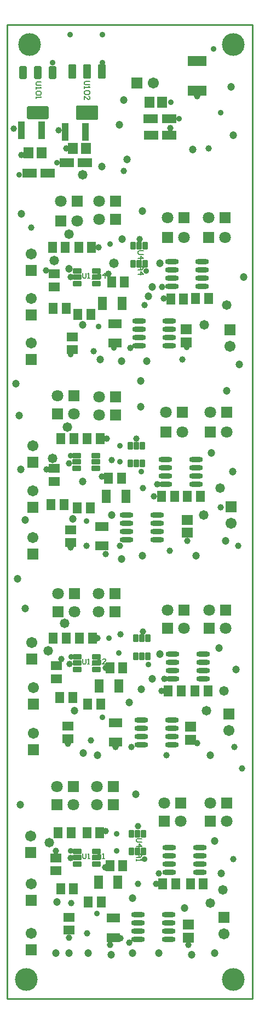
<source format=gts>
G04*
G04 #@! TF.GenerationSoftware,Altium Limited,Altium Designer,22.9.1 (49)*
G04*
G04 Layer_Color=8388736*
%FSLAX25Y25*%
%MOIN*%
G70*
G04*
G04 #@! TF.SameCoordinates,E6D2D5AF-3703-4330-9E41-3BAFFAD507BF*
G04*
G04*
G04 #@! TF.FilePolarity,Negative*
G04*
G01*
G75*
%ADD15C,0.00591*%
%ADD18C,0.01000*%
%ADD35O,0.08280X0.03162*%
%ADD36R,0.05918X0.06902*%
%ADD37R,0.04343X0.10642*%
%ADD38R,0.05524X0.06509*%
G04:AMPARAMS|DCode=39|XSize=31.62mil|YSize=47.37mil|CornerRadius=6.01mil|HoleSize=0mil|Usage=FLASHONLY|Rotation=0.000|XOffset=0mil|YOffset=0mil|HoleType=Round|Shape=RoundedRectangle|*
%AMROUNDEDRECTD39*
21,1,0.03162,0.03535,0,0,0.0*
21,1,0.01961,0.04737,0,0,0.0*
1,1,0.01202,0.00980,-0.01768*
1,1,0.01202,-0.00980,-0.01768*
1,1,0.01202,-0.00980,0.01768*
1,1,0.01202,0.00980,0.01768*
%
%ADD39ROUNDEDRECTD39*%
%ADD40R,0.06509X0.05524*%
%ADD41R,0.07887X0.05328*%
G04:AMPARAMS|DCode=42|XSize=33.59mil|YSize=55.24mil|CornerRadius=5.92mil|HoleSize=0mil|Usage=FLASHONLY|Rotation=90.000|XOffset=0mil|YOffset=0mil|HoleType=Round|Shape=RoundedRectangle|*
%AMROUNDEDRECTD42*
21,1,0.03359,0.04341,0,0,90.0*
21,1,0.02175,0.05524,0,0,90.0*
1,1,0.01184,0.02170,0.01088*
1,1,0.01184,0.02170,-0.01088*
1,1,0.01184,-0.02170,-0.01088*
1,1,0.01184,-0.02170,0.01088*
%
%ADD42ROUNDEDRECTD42*%
%ADD43R,0.05328X0.07887*%
%ADD44R,0.06902X0.05918*%
%ADD45R,0.08674X0.05524*%
%ADD46R,0.11627X0.05834*%
G04:AMPARAMS|DCode=47|XSize=133.98mil|YSize=76.9mil|CornerRadius=6.07mil|HoleSize=0mil|Usage=FLASHONLY|Rotation=0.000|XOffset=0mil|YOffset=0mil|HoleType=Round|Shape=RoundedRectangle|*
%AMROUNDEDRECTD47*
21,1,0.13398,0.06476,0,0,0.0*
21,1,0.12185,0.07690,0,0,0.0*
1,1,0.01213,0.06093,-0.03238*
1,1,0.01213,-0.06093,-0.03238*
1,1,0.01213,-0.06093,0.03238*
1,1,0.01213,0.06093,0.03238*
%
%ADD47ROUNDEDRECTD47*%
G04:AMPARAMS|DCode=48|XSize=43.43mil|YSize=76.9mil|CornerRadius=5.95mil|HoleSize=0mil|Usage=FLASHONLY|Rotation=0.000|XOffset=0mil|YOffset=0mil|HoleType=Round|Shape=RoundedRectangle|*
%AMROUNDEDRECTD48*
21,1,0.04343,0.06500,0,0,0.0*
21,1,0.03154,0.07690,0,0,0.0*
1,1,0.01190,0.01577,-0.03250*
1,1,0.01190,-0.01577,-0.03250*
1,1,0.01190,-0.01577,0.03250*
1,1,0.01190,0.01577,0.03250*
%
%ADD48ROUNDEDRECTD48*%
G04:AMPARAMS|DCode=49|XSize=135.95mil|YSize=88.71mil|CornerRadius=6.02mil|HoleSize=0mil|Usage=FLASHONLY|Rotation=0.000|XOffset=0mil|YOffset=0mil|HoleType=Round|Shape=RoundedRectangle|*
%AMROUNDEDRECTD49*
21,1,0.13595,0.07667,0,0,0.0*
21,1,0.12392,0.08871,0,0,0.0*
1,1,0.01204,0.06196,-0.03834*
1,1,0.01204,-0.06196,-0.03834*
1,1,0.01204,-0.06196,0.03834*
1,1,0.01204,0.06196,0.03834*
%
%ADD49ROUNDEDRECTD49*%
G04:AMPARAMS|DCode=50|XSize=47.37mil|YSize=88.71mil|CornerRadius=5.97mil|HoleSize=0mil|Usage=FLASHONLY|Rotation=0.000|XOffset=0mil|YOffset=0mil|HoleType=Round|Shape=RoundedRectangle|*
%AMROUNDEDRECTD50*
21,1,0.04737,0.07677,0,0,0.0*
21,1,0.03543,0.08871,0,0,0.0*
1,1,0.01194,0.01772,-0.03839*
1,1,0.01194,-0.01772,-0.03839*
1,1,0.01194,-0.01772,0.03839*
1,1,0.01194,0.01772,0.03839*
%
%ADD50ROUNDEDRECTD50*%
%ADD51C,0.06706*%
%ADD52R,0.06706X0.06706*%
%ADD53C,0.13800*%
%ADD54R,0.06706X0.06706*%
%ADD55C,0.07099*%
%ADD56R,0.07099X0.07099*%
%ADD57C,0.03950*%
%ADD58C,0.04737*%
%ADD59C,0.05800*%
%ADD60C,0.03556*%
%ADD61C,0.04737*%
D15*
X46020Y-384351D02*
Y-386975D01*
X46545Y-387500D01*
X47594D01*
X48119Y-386975D01*
Y-384351D01*
X49168Y-387500D02*
X50218D01*
X49693D01*
Y-384351D01*
X49168Y-384876D01*
X51792Y-388025D02*
X53891D01*
X54941Y-387500D02*
Y-385401D01*
X55990Y-384351D01*
X57040Y-385401D01*
Y-387500D01*
Y-385926D01*
X54941D01*
X60189Y-387500D02*
X58089D01*
X60189Y-385401D01*
Y-384876D01*
X59664Y-384351D01*
X58614D01*
X58089Y-384876D01*
X81983Y-493347D02*
X79360D01*
X78835Y-493871D01*
Y-494921D01*
X79360Y-495446D01*
X81983D01*
X78835Y-498069D02*
X81983D01*
X80409Y-496495D01*
Y-498594D01*
X78310Y-499644D02*
Y-501743D01*
X78835Y-502792D02*
X80934D01*
X81983Y-503842D01*
X80934Y-504891D01*
X78835D01*
X80409D01*
Y-502792D01*
X78835Y-505941D02*
Y-506990D01*
Y-506466D01*
X81983D01*
X81459Y-505941D01*
X46138Y-502352D02*
Y-504975D01*
X46663Y-505500D01*
X47712D01*
X48237Y-504975D01*
Y-502352D01*
X49286Y-505500D02*
X50336D01*
X49811D01*
Y-502352D01*
X49286Y-502876D01*
X51910Y-506025D02*
X54009D01*
X55059Y-505500D02*
Y-503401D01*
X56108Y-502352D01*
X57158Y-503401D01*
Y-505500D01*
Y-503926D01*
X55059D01*
X58207Y-505500D02*
X59257D01*
X58732D01*
Y-502352D01*
X58207Y-502876D01*
X46075Y-150352D02*
Y-152975D01*
X46600Y-153500D01*
X47649D01*
X48174Y-152975D01*
Y-150352D01*
X49224Y-153500D02*
X50273D01*
X49748D01*
Y-150352D01*
X49224Y-150876D01*
X51847Y-154025D02*
X53946D01*
X54996Y-153500D02*
Y-151401D01*
X56046Y-150352D01*
X57095Y-151401D01*
Y-153500D01*
Y-151926D01*
X54996D01*
X59719Y-153500D02*
Y-150352D01*
X58144Y-151926D01*
X60244D01*
X20850Y-34500D02*
X18226D01*
X17701Y-35025D01*
Y-36074D01*
X18226Y-36599D01*
X20850D01*
X17701Y-37649D02*
Y-38698D01*
Y-38173D01*
X20850D01*
X20325Y-37649D01*
Y-40273D02*
X20850Y-40797D01*
Y-41847D01*
X20325Y-42371D01*
X18226D01*
X17701Y-41847D01*
Y-40797D01*
X18226Y-40273D01*
X20325D01*
X17701Y-43421D02*
Y-44471D01*
Y-43946D01*
X20850D01*
X20325Y-43421D01*
X50306Y-34189D02*
X47682D01*
X47158Y-34714D01*
Y-35763D01*
X47682Y-36288D01*
X50306D01*
X47158Y-37338D02*
Y-38387D01*
Y-37862D01*
X50306D01*
X49782Y-37338D01*
Y-39961D02*
X50306Y-40486D01*
Y-41536D01*
X49782Y-42061D01*
X47682D01*
X47158Y-41536D01*
Y-40486D01*
X47682Y-39961D01*
X49782D01*
X47158Y-45209D02*
Y-43110D01*
X49257Y-45209D01*
X49782D01*
X50306Y-44684D01*
Y-43635D01*
X49782Y-43110D01*
X82983Y-136913D02*
X80360D01*
X79835Y-137438D01*
Y-138488D01*
X80360Y-139013D01*
X82983D01*
X79835Y-141636D02*
X82983D01*
X81409Y-140062D01*
Y-142161D01*
X79310Y-143211D02*
Y-145310D01*
X79835Y-146359D02*
X81934D01*
X82983Y-147409D01*
X81934Y-148458D01*
X79835D01*
X81409D01*
Y-146359D01*
X79835Y-151082D02*
X82983D01*
X81409Y-149508D01*
Y-151607D01*
D18*
X0Y-590551D02*
X149307D01*
X0Y-0D02*
X0Y-590551D01*
X0Y-0D02*
X149307D01*
Y-590551D02*
Y-0D01*
D35*
X98748Y-499000D02*
D03*
Y-504000D02*
D03*
Y-509000D02*
D03*
Y-514000D02*
D03*
X117252Y-499000D02*
D03*
Y-504000D02*
D03*
Y-509000D02*
D03*
Y-514000D02*
D03*
X81748Y-421500D02*
D03*
Y-426500D02*
D03*
Y-431500D02*
D03*
Y-436500D02*
D03*
X100252Y-421500D02*
D03*
Y-426500D02*
D03*
Y-431500D02*
D03*
Y-436500D02*
D03*
X100748Y-381500D02*
D03*
Y-386500D02*
D03*
Y-391500D02*
D03*
Y-396500D02*
D03*
X119252Y-381500D02*
D03*
Y-386500D02*
D03*
Y-391500D02*
D03*
Y-396500D02*
D03*
X115067Y-278500D02*
D03*
Y-273500D02*
D03*
Y-268500D02*
D03*
Y-263500D02*
D03*
X96563Y-278500D02*
D03*
Y-273500D02*
D03*
Y-268500D02*
D03*
Y-263500D02*
D03*
X91386Y-312059D02*
D03*
Y-307059D02*
D03*
Y-302059D02*
D03*
Y-297059D02*
D03*
X72882Y-312059D02*
D03*
Y-307059D02*
D03*
Y-302059D02*
D03*
Y-297059D02*
D03*
X98252Y-554500D02*
D03*
Y-549500D02*
D03*
Y-544500D02*
D03*
Y-539500D02*
D03*
X79748Y-554500D02*
D03*
Y-549500D02*
D03*
Y-544500D02*
D03*
Y-539500D02*
D03*
X118827Y-158500D02*
D03*
Y-153500D02*
D03*
Y-148500D02*
D03*
Y-143500D02*
D03*
X100323Y-158500D02*
D03*
Y-153500D02*
D03*
Y-148500D02*
D03*
Y-143500D02*
D03*
X98827Y-194500D02*
D03*
Y-189500D02*
D03*
Y-184500D02*
D03*
Y-179500D02*
D03*
X80323Y-194500D02*
D03*
Y-189500D02*
D03*
Y-184500D02*
D03*
Y-179500D02*
D03*
D36*
X40063Y-75000D02*
D03*
X47937D02*
D03*
X13063Y-77500D02*
D03*
X20937D02*
D03*
X86638Y-47000D02*
D03*
X94512D02*
D03*
D37*
X35449Y-65000D02*
D03*
X47654D02*
D03*
X8795Y-64000D02*
D03*
X21000D02*
D03*
D38*
X62693Y-390000D02*
D03*
X70567D02*
D03*
X40012Y-408000D02*
D03*
X32138D02*
D03*
X57012Y-412000D02*
D03*
X49138D02*
D03*
X36012Y-372000D02*
D03*
X28138D02*
D03*
X52012D02*
D03*
X44138D02*
D03*
X26878Y-291000D02*
D03*
X34752D02*
D03*
X42878Y-293000D02*
D03*
X50752D02*
D03*
X32878Y-251000D02*
D03*
X40752D02*
D03*
X48878D02*
D03*
X56752D02*
D03*
X105937Y-404000D02*
D03*
X98063D02*
D03*
X122437D02*
D03*
X114563D02*
D03*
X102004Y-286000D02*
D03*
X94130D02*
D03*
X117752Y-286000D02*
D03*
X109878D02*
D03*
X69752Y-275000D02*
D03*
X61878D02*
D03*
X119512Y-521000D02*
D03*
X111638D02*
D03*
X70512Y-510000D02*
D03*
X62638D02*
D03*
X102685Y-521000D02*
D03*
X94811D02*
D03*
X49445Y-532000D02*
D03*
X57319D02*
D03*
X32638Y-524000D02*
D03*
X40512D02*
D03*
X31075Y-490000D02*
D03*
X38949D02*
D03*
X48638D02*
D03*
X56512D02*
D03*
X27575Y-135000D02*
D03*
X35449D02*
D03*
X122764Y-165819D02*
D03*
X114890D02*
D03*
X107512Y-166213D02*
D03*
X99638D02*
D03*
X63638Y-156000D02*
D03*
X71512D02*
D03*
X36012Y-172000D02*
D03*
X28138D02*
D03*
X50949Y-175500D02*
D03*
X43075D02*
D03*
X43575Y-135000D02*
D03*
X51449D02*
D03*
D39*
X85815Y-382827D02*
D03*
X82075D02*
D03*
X78335D02*
D03*
Y-372000D02*
D03*
X82075D02*
D03*
X85815D02*
D03*
X82555Y-255173D02*
D03*
X78815D02*
D03*
X75075D02*
D03*
Y-266000D02*
D03*
X78815D02*
D03*
X82555D02*
D03*
X83075Y-490433D02*
D03*
X79335D02*
D03*
X75595D02*
D03*
Y-501260D02*
D03*
X79335D02*
D03*
X83075D02*
D03*
X84075Y-134000D02*
D03*
X80335D02*
D03*
X76595D02*
D03*
Y-144827D02*
D03*
X80335D02*
D03*
X84075D02*
D03*
D40*
X37075Y-425063D02*
D03*
Y-432937D02*
D03*
X30000Y-388563D02*
D03*
Y-396437D02*
D03*
X38815Y-313937D02*
D03*
Y-306063D02*
D03*
X28815Y-276874D02*
D03*
Y-269000D02*
D03*
X37575Y-548937D02*
D03*
Y-541063D02*
D03*
X29575Y-512937D02*
D03*
Y-505063D02*
D03*
X28575Y-151000D02*
D03*
Y-158874D02*
D03*
X39575Y-189063D02*
D03*
Y-196937D02*
D03*
D41*
X66075Y-434906D02*
D03*
Y-423095D02*
D03*
X57815Y-304095D02*
D03*
Y-315906D02*
D03*
X64575Y-541595D02*
D03*
Y-553406D02*
D03*
X65575Y-192969D02*
D03*
Y-181158D02*
D03*
D42*
X42713Y-383260D02*
D03*
Y-387000D02*
D03*
Y-390740D02*
D03*
X54327D02*
D03*
Y-387000D02*
D03*
Y-383260D02*
D03*
X54067Y-261260D02*
D03*
Y-265000D02*
D03*
Y-268740D02*
D03*
X42453D02*
D03*
Y-265000D02*
D03*
Y-261260D02*
D03*
X54445Y-501260D02*
D03*
Y-505000D02*
D03*
Y-508740D02*
D03*
X42831D02*
D03*
Y-505000D02*
D03*
Y-501260D02*
D03*
X42768Y-149260D02*
D03*
Y-153000D02*
D03*
Y-156740D02*
D03*
X54382D02*
D03*
Y-153000D02*
D03*
Y-149260D02*
D03*
D43*
X56232Y-401000D02*
D03*
X68043D02*
D03*
X72276Y-286000D02*
D03*
X60465D02*
D03*
X67480Y-520000D02*
D03*
X55669D02*
D03*
X58146Y-169000D02*
D03*
X69957D02*
D03*
D44*
X111575Y-433437D02*
D03*
Y-425563D02*
D03*
X109815Y-308000D02*
D03*
Y-300126D02*
D03*
X110500Y-553437D02*
D03*
Y-545563D02*
D03*
X109075Y-192437D02*
D03*
Y-184563D02*
D03*
D45*
X87575Y-67000D02*
D03*
X98598D02*
D03*
X98575Y-57000D02*
D03*
X87551D02*
D03*
X13575Y-90000D02*
D03*
X24599D02*
D03*
X36500Y-83500D02*
D03*
X47524D02*
D03*
D46*
X115575Y-21890D02*
D03*
Y-40000D02*
D03*
D47*
X18701Y-53303D02*
D03*
D48*
X9646Y-28697D02*
D03*
X18701D02*
D03*
X27756D02*
D03*
D49*
X48658Y-53189D02*
D03*
D50*
X39603Y-28189D02*
D03*
X48658D02*
D03*
X57713D02*
D03*
D51*
X89075Y-35059D02*
D03*
X15575Y-311000D02*
D03*
X16075Y-402000D02*
D03*
X15075Y-374500D02*
D03*
X135000Y-428000D02*
D03*
X15575Y-255173D02*
D03*
Y-282500D02*
D03*
X14575Y-521000D02*
D03*
Y-551000D02*
D03*
X14500Y-492000D02*
D03*
X16075Y-429500D02*
D03*
X136496Y-302059D02*
D03*
X132000Y-551063D02*
D03*
X14575Y-192969D02*
D03*
X135575Y-195000D02*
D03*
X14575Y-165819D02*
D03*
Y-139000D02*
D03*
D52*
X79075Y-35059D02*
D03*
D53*
X137795Y-578740D02*
D03*
X11811D02*
D03*
X13575Y-11811D02*
D03*
X137795D02*
D03*
D54*
X15575Y-321000D02*
D03*
X16075Y-412000D02*
D03*
X15075Y-384500D02*
D03*
X135000Y-418000D02*
D03*
X15575Y-265173D02*
D03*
Y-292500D02*
D03*
X14575Y-531000D02*
D03*
Y-561000D02*
D03*
X14500Y-502000D02*
D03*
X16075Y-439500D02*
D03*
X136496Y-292059D02*
D03*
X132000Y-541063D02*
D03*
X14575Y-202969D02*
D03*
X135575Y-185000D02*
D03*
X14575Y-175819D02*
D03*
Y-149000D02*
D03*
D55*
X55575Y-356000D02*
D03*
X41012D02*
D03*
X31012Y-345000D02*
D03*
X55638D02*
D03*
X133075Y-366000D02*
D03*
X107575D02*
D03*
X123075Y-355000D02*
D03*
X97575D02*
D03*
X40815Y-236000D02*
D03*
X30815Y-225000D02*
D03*
X30512Y-462000D02*
D03*
X40512Y-473000D02*
D03*
X54575D02*
D03*
Y-462000D02*
D03*
X105575Y-483000D02*
D03*
X95575Y-472000D02*
D03*
X133575Y-483000D02*
D03*
X123575Y-472000D02*
D03*
X56055Y-225500D02*
D03*
Y-236500D02*
D03*
X106815Y-247000D02*
D03*
X96815Y-235000D02*
D03*
X133815Y-247000D02*
D03*
X123815Y-235000D02*
D03*
X122575Y-117000D02*
D03*
X132575Y-129000D02*
D03*
X97575Y-117000D02*
D03*
X56075Y-107000D02*
D03*
X42575Y-119000D02*
D03*
X56075Y-118000D02*
D03*
X32575Y-107000D02*
D03*
X107575Y-129000D02*
D03*
D56*
X65575Y-356000D02*
D03*
X31012D02*
D03*
X41012Y-345000D02*
D03*
X65638D02*
D03*
X123075Y-366000D02*
D03*
X97575D02*
D03*
X133075Y-355000D02*
D03*
X107575D02*
D03*
X30815Y-236000D02*
D03*
X40815Y-225000D02*
D03*
X40512Y-462000D02*
D03*
X30512Y-473000D02*
D03*
X64575D02*
D03*
Y-462000D02*
D03*
X95575Y-483000D02*
D03*
X105575Y-472000D02*
D03*
X123575Y-483000D02*
D03*
X133575Y-472000D02*
D03*
X66055Y-225500D02*
D03*
Y-236500D02*
D03*
X96815Y-247000D02*
D03*
X106815Y-235000D02*
D03*
X123815Y-247000D02*
D03*
X133815Y-235000D02*
D03*
X132575Y-117000D02*
D03*
X122575Y-129000D02*
D03*
X107575Y-117000D02*
D03*
X66075Y-107000D02*
D03*
X32575Y-119000D02*
D03*
X66075Y-118000D02*
D03*
X42575Y-107000D02*
D03*
X97575Y-129000D02*
D03*
D57*
X137575Y-506000D02*
D03*
X33100Y-384675D02*
D03*
X78815Y-251000D02*
D03*
X60075Y-321000D02*
D03*
X38575Y-153000D02*
D03*
X75075Y-196000D02*
D03*
X143012Y-451000D02*
D03*
X115575Y-435500D02*
D03*
X75595Y-438000D02*
D03*
X66075D02*
D03*
X37075Y-436000D02*
D03*
X51075Y-434000D02*
D03*
X60075Y-390000D02*
D03*
X55075Y-372000D02*
D03*
X97000Y-443000D02*
D03*
X138500Y-438000D02*
D03*
X38000Y-387500D02*
D03*
X94000Y-404000D02*
D03*
X95575Y-396500D02*
D03*
X82815Y-368000D02*
D03*
X130226Y-292411D02*
D03*
X24075Y-269500D02*
D03*
X80575Y-130000D02*
D03*
X37815Y-266000D02*
D03*
X37575Y-553406D02*
D03*
X74500Y-556500D02*
D03*
X68957Y-554000D02*
D03*
X48638Y-551000D02*
D03*
X79575Y-521000D02*
D03*
X59575Y-511000D02*
D03*
X38575Y-505063D02*
D03*
X38949Y-532500D02*
D03*
X29575Y-501000D02*
D03*
X60224Y-489000D02*
D03*
X79575Y-486000D02*
D03*
X110500Y-558000D02*
D03*
X90748Y-521000D02*
D03*
X62638Y-558000D02*
D03*
X69000Y-369500D02*
D03*
X92500Y-514500D02*
D03*
X48260Y-316000D02*
D03*
X38815Y-317000D02*
D03*
X57815Y-274000D02*
D03*
X60878Y-251000D02*
D03*
X63815Y-264000D02*
D03*
X68752Y-315906D02*
D03*
X89386Y-286000D02*
D03*
X140815Y-316000D02*
D03*
X109815Y-313000D02*
D03*
X99075Y-319000D02*
D03*
X82815Y-281000D02*
D03*
X91386Y-278500D02*
D03*
X23575Y-149000D02*
D03*
X83575Y-170000D02*
D03*
X122764Y-74803D02*
D03*
X36012D02*
D03*
X71000Y-88500D02*
D03*
X8795Y-78740D02*
D03*
X31496Y-64000D02*
D03*
X14575Y-123000D02*
D03*
X52575Y-198000D02*
D03*
X106815Y-202969D02*
D03*
X115575Y-43307D02*
D03*
X99508Y-62500D02*
D03*
X95512Y-165819D02*
D03*
X55575Y-135000D02*
D03*
X3937Y-62992D02*
D03*
X61575Y-151000D02*
D03*
X94488Y-158874D02*
D03*
D58*
X29575Y-563000D02*
D03*
X112500Y-564000D02*
D03*
X92500Y-563000D02*
D03*
X63500Y-564000D02*
D03*
X69752Y-204000D02*
D03*
X57713Y-86000D02*
D03*
X71000Y-45500D02*
D03*
X136500Y-37500D02*
D03*
X73000Y-81500D02*
D03*
X113000Y-75500D02*
D03*
X68500Y-60500D02*
D03*
X137795Y-67000D02*
D03*
X46000Y-182000D02*
D03*
X69957Y-130000D02*
D03*
X93000Y-144500D02*
D03*
X88500Y-158874D02*
D03*
X144000Y-153000D02*
D03*
X8795Y-114500D02*
D03*
X82500Y-113000D02*
D03*
X86000Y-164500D02*
D03*
X6500Y-336000D02*
D03*
X69752Y-324000D02*
D03*
X8000Y-473000D02*
D03*
X30512Y-532000D02*
D03*
X37575Y-563000D02*
D03*
X49445D02*
D03*
X126500D02*
D03*
X76500D02*
D03*
X130500Y-514500D02*
D03*
X108000Y-535500D02*
D03*
X76500Y-529500D02*
D03*
X126500Y-495000D02*
D03*
X78500Y-466500D02*
D03*
X55075Y-443000D02*
D03*
X88500Y-396437D02*
D03*
X74500Y-411000D02*
D03*
X41012Y-416000D02*
D03*
X46500Y-441500D02*
D03*
X123575Y-443000D02*
D03*
X139500Y-390740D02*
D03*
X129000Y-378000D02*
D03*
X93000Y-381500D02*
D03*
X81748Y-403000D02*
D03*
X11000Y-354000D02*
D03*
X56752Y-202969D02*
D03*
X85000Y-204000D02*
D03*
X141500Y-206000D02*
D03*
X133815Y-222000D02*
D03*
X81500Y-231500D02*
D03*
Y-216000D02*
D03*
X5500Y-217500D02*
D03*
X7500Y-237000D02*
D03*
X8500Y-269500D02*
D03*
X11000Y-300126D02*
D03*
X40000Y-299500D02*
D03*
X46000Y-277000D02*
D03*
X115067Y-322000D02*
D03*
X133075Y-313000D02*
D03*
X137500Y-271000D02*
D03*
X124500Y-259500D02*
D03*
X63815Y-297059D02*
D03*
X82555Y-322000D02*
D03*
D59*
X65012Y-144500D02*
D03*
X25000Y-379500D02*
D03*
X131357Y-524582D02*
D03*
X123575Y-532500D02*
D03*
X25575Y-496000D02*
D03*
X121500Y-416000D02*
D03*
X132000Y-404000D02*
D03*
X46000Y-91000D02*
D03*
X35075Y-363000D02*
D03*
X129815Y-281000D02*
D03*
X133815Y-170000D02*
D03*
X36815Y-244000D02*
D03*
X27815Y-263000D02*
D03*
X119815Y-297059D02*
D03*
X120075Y-182000D02*
D03*
X37575Y-127000D02*
D03*
X28575Y-143000D02*
D03*
D60*
X7500Y-91000D02*
D03*
X129921Y-53189D02*
D03*
X58075Y-420000D02*
D03*
X39075Y-383260D02*
D03*
X68075Y-381000D02*
D03*
X62138Y-372000D02*
D03*
X86075Y-388000D02*
D03*
X83575Y-506000D02*
D03*
X54575Y-539000D02*
D03*
X38575Y-501000D02*
D03*
X66575D02*
D03*
Y-490433D02*
D03*
X38705Y-261260D02*
D03*
X48260Y-301000D02*
D03*
X68815Y-255173D02*
D03*
Y-265000D02*
D03*
X81815Y-271000D02*
D03*
X99575Y-47000D02*
D03*
X38575Y-200000D02*
D03*
X65012Y-196000D02*
D03*
X62575Y-133000D02*
D03*
X38500Y-6000D02*
D03*
X125575Y-14500D02*
D03*
X109327Y-195563D02*
D03*
X30500Y-83500D02*
D03*
X27756Y-23000D02*
D03*
X58158Y-6000D02*
D03*
Y-22689D02*
D03*
X104575Y-57000D02*
D03*
X84575Y-149260D02*
D03*
X55575Y-183000D02*
D03*
D61*
X37575Y-148000D02*
D03*
M02*

</source>
